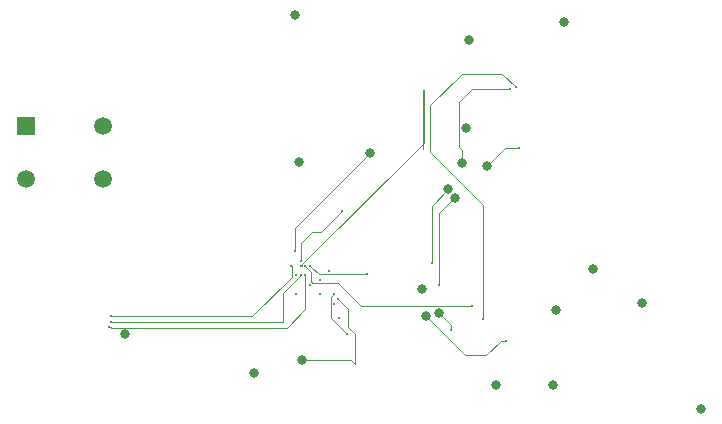
<source format=gbr>
%TF.GenerationSoftware,KiCad,Pcbnew,(5.1.6-0)*%
%TF.CreationDate,2020-10-11T20:53:06-05:00*%
%TF.ProjectId,BatBot,42617442-6f74-42e6-9b69-6361645f7063,rev?*%
%TF.SameCoordinates,Original*%
%TF.FileFunction,Copper,L3,Inr*%
%TF.FilePolarity,Positive*%
%FSLAX46Y46*%
G04 Gerber Fmt 4.6, Leading zero omitted, Abs format (unit mm)*
G04 Created by KiCad (PCBNEW (5.1.6-0)) date 2020-10-11 20:53:06*
%MOMM*%
%LPD*%
G01*
G04 APERTURE LIST*
%TA.AperFunction,ViaPad*%
%ADD10C,1.498000*%
%TD*%
%TA.AperFunction,ViaPad*%
%ADD11R,1.498000X1.498000*%
%TD*%
%TA.AperFunction,ViaPad*%
%ADD12C,0.800000*%
%TD*%
%TA.AperFunction,ViaPad*%
%ADD13C,0.250000*%
%TD*%
%TA.AperFunction,ViaPad*%
%ADD14C,0.300000*%
%TD*%
%TA.AperFunction,Conductor*%
%ADD15C,0.076200*%
%TD*%
G04 APERTURE END LIST*
D10*
%TO.N,Net-(C18-Pad2)*%
%TO.C,S1*%
X104469000Y-96039500D03*
%TO.N,GND*%
X97969000Y-96039500D03*
%TO.N,Net-(C18-Pad2)*%
X104469000Y-91539500D03*
D11*
%TO.N,GND*%
X97969000Y-91539500D03*
%TD*%
D12*
%TO.N,GND*%
X117297200Y-112471200D03*
D13*
X120828000Y-105810000D03*
D12*
X120751600Y-82143600D03*
X135509000Y-84277200D03*
D13*
X120827800Y-104190800D03*
X122834400Y-105816400D03*
D12*
X121107200Y-94640400D03*
X131495800Y-105359200D03*
X155092400Y-115544600D03*
X142621000Y-113512600D03*
X142875000Y-107188000D03*
X145999200Y-103682800D03*
X150139400Y-106553000D03*
X137769600Y-113538000D03*
X135204200Y-91770200D03*
D13*
X124434600Y-107823000D03*
D12*
X143484600Y-82753200D03*
X106324400Y-109220000D03*
D13*
X123634500Y-103822500D03*
X122005405Y-105007095D03*
X122817290Y-104592790D03*
X124053199Y-106616500D03*
%TO.N,Net-(C21-Pad2)*%
X124409200Y-106222800D03*
D12*
X121327001Y-111397001D03*
D13*
%TO.N,JTMS-SWDIO*%
X121228000Y-104210000D03*
X105181400Y-108127800D03*
%TO.N,USART1-CTS*%
X121628000Y-104210000D03*
X104965500Y-108585000D03*
%TO.N,JTCK-SWCLK*%
X120428000Y-103410000D03*
X105181400Y-107696000D03*
%TO.N,Net-(R3-Pad2)*%
X125120400Y-109143800D03*
X124028000Y-105810000D03*
%TO.N,SPI1-MISO*%
X133959600Y-108813600D03*
D12*
X132892800Y-107391200D03*
D14*
X132892800Y-105054400D03*
D12*
X134315200Y-97637600D03*
X137033000Y-94919800D03*
D14*
X139674600Y-93472000D03*
%TO.N,SPI1-SCLK*%
X136626600Y-107873800D03*
D13*
X139420600Y-88290400D03*
D14*
%TO.N,SPI1-MOSI*%
X132334000Y-103174800D03*
D12*
X133731000Y-96926400D03*
X134874000Y-94691200D03*
D14*
X138938000Y-88468200D03*
D13*
%TO.N,IMU_INT*%
X120726200Y-102158800D03*
D12*
X127050800Y-93827600D03*
D13*
%TO.N,NRF_CE*%
X121628000Y-103410000D03*
D14*
X135763000Y-106832400D03*
D13*
%TO.N,IMU_CS*%
X121234200Y-103428800D03*
X131648200Y-88595200D03*
%TO.N,NRF_CS*%
X121234200Y-103022400D03*
D14*
X124714000Y-98755200D03*
%TO.N,NRF-IRQ*%
X138582400Y-109753400D03*
D12*
X131826000Y-107645200D03*
D14*
X126796800Y-104114600D03*
D13*
X122021600Y-103403400D03*
%TD*%
D15*
%TO.N,Net-(C21-Pad2)*%
X125247400Y-108585000D02*
X125857000Y-109194600D01*
X125857000Y-109194600D02*
X125857000Y-111760000D01*
X125494001Y-111397001D02*
X121327001Y-111397001D01*
X125857000Y-111760000D02*
X125494001Y-111397001D01*
X125247400Y-107061000D02*
X124409200Y-106222800D01*
X125247400Y-108585000D02*
X125247400Y-107061000D01*
%TO.N,JTMS-SWDIO*%
X119761000Y-105677000D02*
X121228000Y-104210000D01*
X119761000Y-108127800D02*
X119761000Y-105677000D01*
X105181400Y-108127800D02*
X119761000Y-108127800D01*
%TO.N,USART1-CTS*%
X121628000Y-107099000D02*
X121628000Y-104210000D01*
X120045101Y-108681899D02*
X121628000Y-107099000D01*
X105211501Y-108681899D02*
X120045101Y-108681899D01*
X105114602Y-108585000D02*
X105211501Y-108681899D01*
X104965500Y-108585000D02*
X105114602Y-108585000D01*
%TO.N,JTCK-SWCLK*%
X117094000Y-107696000D02*
X120446800Y-104343200D01*
X120446800Y-103428800D02*
X120428000Y-103410000D01*
X120446800Y-104343200D02*
X120446800Y-103428800D01*
X105181400Y-107696000D02*
X117094000Y-107696000D01*
%TO.N,Net-(R3-Pad2)*%
X123790099Y-106047901D02*
X124028000Y-105810000D01*
X123790099Y-107813499D02*
X123790099Y-106047901D01*
X125120400Y-109143800D02*
X123790099Y-107813499D01*
%TO.N,SPI1-MISO*%
X133959600Y-108458000D02*
X132892800Y-107391200D01*
X133959600Y-108813600D02*
X133959600Y-108458000D01*
X132892800Y-105054400D02*
X132892800Y-98958400D01*
X134213600Y-97637600D02*
X134315200Y-97637600D01*
X132892800Y-98958400D02*
X134213600Y-97637600D01*
X138480800Y-93472000D02*
X139674600Y-93472000D01*
X137033000Y-94919800D02*
X138480800Y-93472000D01*
%TO.N,SPI1-SCLK*%
X136626600Y-107873800D02*
X136626600Y-98221800D01*
X136626600Y-98221800D02*
X132181600Y-93776800D01*
X132181600Y-93776800D02*
X132181600Y-89814400D01*
X132181600Y-89814400D02*
X134848600Y-87147400D01*
X138277600Y-87147400D02*
X139420600Y-88290400D01*
X134848600Y-87147400D02*
X138277600Y-87147400D01*
%TO.N,SPI1-MOSI*%
X132334000Y-98323400D02*
X133731000Y-96926400D01*
X132334000Y-103174800D02*
X132334000Y-98323400D01*
X134666099Y-93365699D02*
X134666099Y-89539701D01*
X134874000Y-93573600D02*
X134666099Y-93365699D01*
X134874000Y-94691200D02*
X134874000Y-93573600D01*
X135737600Y-88468200D02*
X138938000Y-88468200D01*
X134666099Y-89539701D02*
X135737600Y-88468200D01*
%TO.N,IMU_INT*%
X120726200Y-102158800D02*
X120726200Y-100177600D01*
X127050800Y-93853000D02*
X127050800Y-93827600D01*
X120726200Y-100177600D02*
X127050800Y-93853000D01*
%TO.N,NRF_CE*%
X122119990Y-103901990D02*
X121628000Y-103410000D01*
X122231091Y-104860701D02*
X122119990Y-104749600D01*
X124367901Y-104860701D02*
X122231091Y-104860701D01*
X126339600Y-106832400D02*
X124367901Y-104860701D01*
X122119990Y-104749600D02*
X122119990Y-103901990D01*
X135763000Y-106832400D02*
X126339600Y-106832400D01*
%TO.N,IMU_CS*%
X131597400Y-88646000D02*
X131648200Y-88595200D01*
X131597400Y-93497400D02*
X131597400Y-88646000D01*
X131648200Y-93000410D02*
X131648200Y-88595200D01*
X121364899Y-103283711D02*
X131648200Y-93000410D01*
X121364899Y-103425101D02*
X121364899Y-103283711D01*
X121361200Y-103428800D02*
X121364899Y-103425101D01*
X121234200Y-103428800D02*
X121361200Y-103428800D01*
%TO.N,NRF_CS*%
X121234200Y-103022400D02*
X121208800Y-102997000D01*
X121208800Y-102997000D02*
X121208800Y-101498400D01*
X121208800Y-101498400D02*
X122199400Y-100507800D01*
X122961400Y-100507800D02*
X124714000Y-98755200D01*
X122199400Y-100507800D02*
X122961400Y-100507800D01*
%TO.N,NRF-IRQ*%
X138144202Y-109753400D02*
X136950402Y-110947200D01*
X138582400Y-109753400D02*
X138144202Y-109753400D01*
X135128000Y-110947200D02*
X131826000Y-107645200D01*
X136950402Y-110947200D02*
X135128000Y-110947200D01*
X122732800Y-104114600D02*
X122021600Y-103403400D01*
X126796800Y-104114600D02*
X122732800Y-104114600D01*
%TD*%
M02*

</source>
